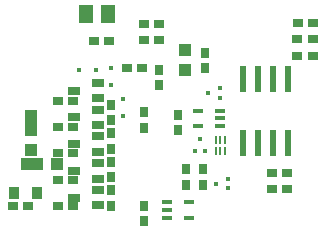
<source format=gtp>
%FSDAX25Y25*%
%MOIN*%
%SFA1B1*%

%IPPOS*%
%ADD10R,0.008660X0.027560*%
%ADD11R,0.027560X0.035430*%
%ADD12R,0.035430X0.027560*%
%ADD13R,0.036220X0.015750*%
%ADD14R,0.015750X0.015750*%
%ADD15R,0.033470X0.039370*%
%ADD16R,0.033470X0.039370*%
%ADD17R,0.015750X0.015750*%
%ADD18R,0.039370X0.027560*%
%ADD19R,0.043310X0.039370*%
%ADD20R,0.039370X0.043310*%
%ADD21R,0.039370X0.090550*%
%ADD22R,0.051180X0.059060*%
%ADD23R,0.023620X0.086610*%
%LNmoo1.1-1*%
%LPD*%
G54D10*
X0309075Y0365580D03*
X0307500D03*
X0305925D03*
Y0361821D03*
X0307500D03*
X0309075D03*
G54D11*
X0282000Y0338541D03*
Y0343659D03*
X0293500Y0368941D03*
Y0374059D03*
X0301800Y0350741D03*
X0296200Y0355859D03*
X0301800D03*
X0282000Y0369641D03*
Y0374759D03*
X0271100Y0372141D03*
Y0377259D03*
Y0362641D03*
Y0367759D03*
Y0343641D03*
Y0348759D03*
Y0353141D03*
Y0358259D03*
X0302400Y0389441D03*
Y0394559D03*
X0287200Y0389059D03*
Y0383941D03*
X0296200Y0350741D03*
G54D12*
X0324641Y0354600D03*
X0329759D03*
X0243559Y0343600D03*
X0238441D03*
X0338259Y0393600D03*
X0333141D03*
X0338259Y0399300D03*
X0333141D03*
X0287159Y0404200D03*
Y0399000D03*
X0281559Y0389500D03*
X0276441D03*
X0258559Y0378700D03*
X0253441D03*
X0258559Y0369800D03*
X0253441D03*
X0258559Y0361100D03*
X0253441D03*
X0258559Y0352200D03*
X0253441D03*
X0258559Y0343600D03*
X0253441D03*
X0282041Y0399000D03*
Y0404200D03*
X0333441Y0404500D03*
X0338559D03*
X0324741Y0349200D03*
X0329859D03*
X0265441Y0398700D03*
X0270559D03*
G54D13*
X0297240Y0344759D03*
X0289760D03*
Y0342200D03*
Y0339641D03*
X0297240D03*
X0307540Y0370241D03*
Y0372800D03*
X0300060Y0375359D03*
Y0370241D03*
X0307540Y0375359D03*
G54D14*
X0310068Y0349425D03*
Y0352575D03*
X0306132Y0351000D03*
X0307469Y0379725D03*
X0303532Y0381300D03*
X0307469Y0382875D03*
X0260488Y0389000D03*
X0266000D03*
G54D15*
X0242600Y0357524D03*
X0238860Y0348076D03*
G54D16*
X0246340Y0348076D03*
G54D17*
X0299225Y0361831D03*
X0275000Y0379112D03*
Y0373600D03*
X0271000Y0384000D03*
Y0389512D03*
X0300800Y0365769D03*
X0302375Y0361831D03*
G54D18*
X0258765Y0382000D03*
X0266835Y0384559D03*
Y0379441D03*
X0258765Y0373100D03*
X0266835Y0375659D03*
Y0370541D03*
X0258765Y0364200D03*
X0266835Y0366759D03*
Y0361641D03*
X0258765Y0355300D03*
X0266835Y0357859D03*
Y0352741D03*
X0258765Y0346400D03*
X0266835Y0348959D03*
Y0343841D03*
G54D19*
X0246354Y0357500D03*
X0253046D03*
G54D20*
X0244300Y0362291D03*
X0295700Y0395746D03*
Y0389054D03*
G54D21*
X0244300Y0371346D03*
G54D22*
X0270240Y0407500D03*
X0262760D03*
G54D23*
X0314950Y0385764D03*
X0319950D03*
X0324950D03*
X0329950D03*
X0314950Y0364586D03*
X0319950D03*
X0324950D03*
X0329950D03*
M02*
</source>
